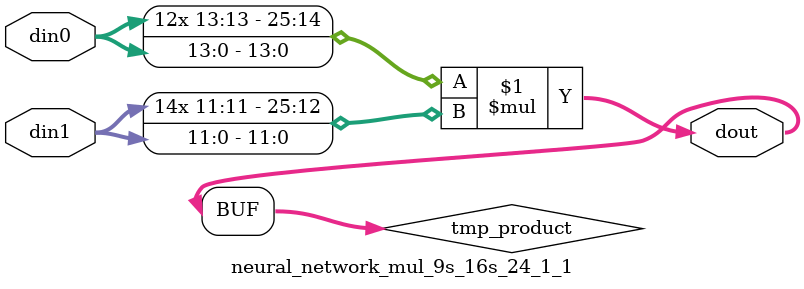
<source format=v>

`timescale 1 ns / 1 ps

  module neural_network_mul_9s_16s_24_1_1(din0, din1, dout);
parameter ID = 1;
parameter NUM_STAGE = 0;
parameter din0_WIDTH = 14;
parameter din1_WIDTH = 12;
parameter dout_WIDTH = 26;

input [din0_WIDTH - 1 : 0] din0; 
input [din1_WIDTH - 1 : 0] din1; 
output [dout_WIDTH - 1 : 0] dout;

wire signed [dout_WIDTH - 1 : 0] tmp_product;













assign tmp_product = $signed(din0) * $signed(din1);








assign dout = tmp_product;







endmodule

</source>
